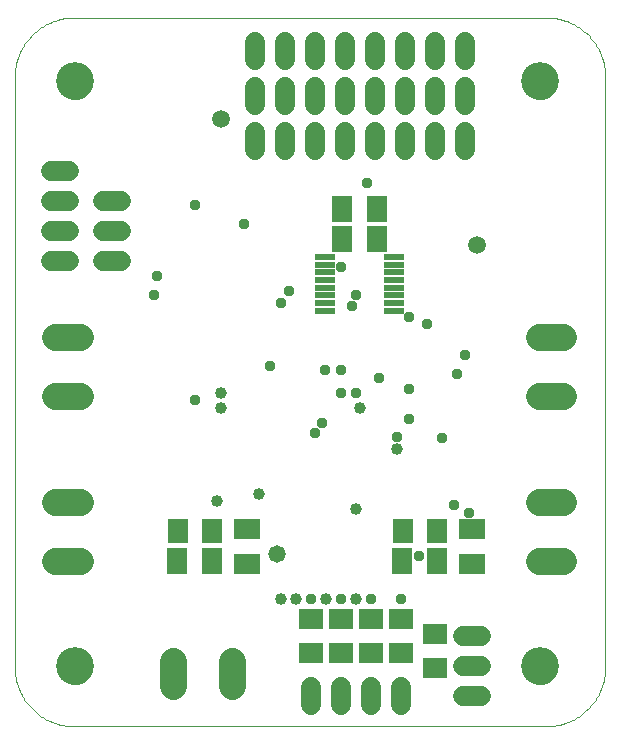
<source format=gbs>
G75*
%MOIN*%
%OFA0B0*%
%FSLAX25Y25*%
%IPPOS*%
%LPD*%
%AMOC8*
5,1,8,0,0,1.08239X$1,22.5*
%
%ADD10C,0.00000*%
%ADD11C,0.06800*%
%ADD12R,0.06706X0.08674*%
%ADD13R,0.08674X0.06706*%
%ADD14R,0.06600X0.02200*%
%ADD15C,0.09068*%
%ADD16R,0.07898X0.07099*%
%ADD17R,0.07099X0.07898*%
%ADD18C,0.12611*%
%ADD19C,0.05800*%
%ADD20C,0.03778*%
%ADD21C,0.05918*%
%ADD22C,0.03975*%
D10*
X0007850Y0024870D02*
X0007850Y0221720D01*
X0007856Y0222196D01*
X0007873Y0222671D01*
X0007902Y0223146D01*
X0007942Y0223620D01*
X0007994Y0224093D01*
X0008057Y0224564D01*
X0008131Y0225034D01*
X0008217Y0225502D01*
X0008314Y0225968D01*
X0008422Y0226431D01*
X0008541Y0226891D01*
X0008672Y0227349D01*
X0008813Y0227803D01*
X0008966Y0228254D01*
X0009129Y0228700D01*
X0009303Y0229143D01*
X0009488Y0229581D01*
X0009683Y0230015D01*
X0009889Y0230444D01*
X0010105Y0230868D01*
X0010331Y0231287D01*
X0010567Y0231700D01*
X0010813Y0232107D01*
X0011069Y0232508D01*
X0011335Y0232902D01*
X0011610Y0233291D01*
X0011894Y0233672D01*
X0012187Y0234046D01*
X0012489Y0234414D01*
X0012801Y0234774D01*
X0013120Y0235126D01*
X0013448Y0235470D01*
X0013785Y0235807D01*
X0014129Y0236135D01*
X0014481Y0236454D01*
X0014841Y0236766D01*
X0015209Y0237068D01*
X0015583Y0237361D01*
X0015964Y0237645D01*
X0016353Y0237920D01*
X0016747Y0238186D01*
X0017148Y0238442D01*
X0017555Y0238688D01*
X0017968Y0238924D01*
X0018387Y0239150D01*
X0018811Y0239366D01*
X0019240Y0239572D01*
X0019674Y0239767D01*
X0020112Y0239952D01*
X0020555Y0240126D01*
X0021001Y0240289D01*
X0021452Y0240442D01*
X0021906Y0240583D01*
X0022364Y0240714D01*
X0022824Y0240833D01*
X0023287Y0240941D01*
X0023753Y0241038D01*
X0024221Y0241124D01*
X0024691Y0241198D01*
X0025162Y0241261D01*
X0025635Y0241313D01*
X0026109Y0241353D01*
X0026584Y0241382D01*
X0027059Y0241399D01*
X0027535Y0241405D01*
X0027535Y0241406D02*
X0185015Y0241406D01*
X0185015Y0241405D02*
X0185491Y0241399D01*
X0185966Y0241382D01*
X0186441Y0241353D01*
X0186915Y0241313D01*
X0187388Y0241261D01*
X0187859Y0241198D01*
X0188329Y0241124D01*
X0188797Y0241038D01*
X0189263Y0240941D01*
X0189726Y0240833D01*
X0190186Y0240714D01*
X0190644Y0240583D01*
X0191098Y0240442D01*
X0191549Y0240289D01*
X0191995Y0240126D01*
X0192438Y0239952D01*
X0192876Y0239767D01*
X0193310Y0239572D01*
X0193739Y0239366D01*
X0194163Y0239150D01*
X0194582Y0238924D01*
X0194995Y0238688D01*
X0195402Y0238442D01*
X0195803Y0238186D01*
X0196197Y0237920D01*
X0196586Y0237645D01*
X0196967Y0237361D01*
X0197341Y0237068D01*
X0197709Y0236766D01*
X0198069Y0236454D01*
X0198421Y0236135D01*
X0198765Y0235807D01*
X0199102Y0235470D01*
X0199430Y0235126D01*
X0199749Y0234774D01*
X0200061Y0234414D01*
X0200363Y0234046D01*
X0200656Y0233672D01*
X0200940Y0233291D01*
X0201215Y0232902D01*
X0201481Y0232508D01*
X0201737Y0232107D01*
X0201983Y0231700D01*
X0202219Y0231287D01*
X0202445Y0230868D01*
X0202661Y0230444D01*
X0202867Y0230015D01*
X0203062Y0229581D01*
X0203247Y0229143D01*
X0203421Y0228700D01*
X0203584Y0228254D01*
X0203737Y0227803D01*
X0203878Y0227349D01*
X0204009Y0226891D01*
X0204128Y0226431D01*
X0204236Y0225968D01*
X0204333Y0225502D01*
X0204419Y0225034D01*
X0204493Y0224564D01*
X0204556Y0224093D01*
X0204608Y0223620D01*
X0204648Y0223146D01*
X0204677Y0222671D01*
X0204694Y0222196D01*
X0204700Y0221720D01*
X0204700Y0024870D01*
X0204694Y0024394D01*
X0204677Y0023919D01*
X0204648Y0023444D01*
X0204608Y0022970D01*
X0204556Y0022497D01*
X0204493Y0022026D01*
X0204419Y0021556D01*
X0204333Y0021088D01*
X0204236Y0020622D01*
X0204128Y0020159D01*
X0204009Y0019699D01*
X0203878Y0019241D01*
X0203737Y0018787D01*
X0203584Y0018336D01*
X0203421Y0017890D01*
X0203247Y0017447D01*
X0203062Y0017009D01*
X0202867Y0016575D01*
X0202661Y0016146D01*
X0202445Y0015722D01*
X0202219Y0015303D01*
X0201983Y0014890D01*
X0201737Y0014483D01*
X0201481Y0014082D01*
X0201215Y0013688D01*
X0200940Y0013299D01*
X0200656Y0012918D01*
X0200363Y0012544D01*
X0200061Y0012176D01*
X0199749Y0011816D01*
X0199430Y0011464D01*
X0199102Y0011120D01*
X0198765Y0010783D01*
X0198421Y0010455D01*
X0198069Y0010136D01*
X0197709Y0009824D01*
X0197341Y0009522D01*
X0196967Y0009229D01*
X0196586Y0008945D01*
X0196197Y0008670D01*
X0195803Y0008404D01*
X0195402Y0008148D01*
X0194995Y0007902D01*
X0194582Y0007666D01*
X0194163Y0007440D01*
X0193739Y0007224D01*
X0193310Y0007018D01*
X0192876Y0006823D01*
X0192438Y0006638D01*
X0191995Y0006464D01*
X0191549Y0006301D01*
X0191098Y0006148D01*
X0190644Y0006007D01*
X0190186Y0005876D01*
X0189726Y0005757D01*
X0189263Y0005649D01*
X0188797Y0005552D01*
X0188329Y0005466D01*
X0187859Y0005392D01*
X0187388Y0005329D01*
X0186915Y0005277D01*
X0186441Y0005237D01*
X0185966Y0005208D01*
X0185491Y0005191D01*
X0185015Y0005185D01*
X0027535Y0005185D01*
X0027059Y0005191D01*
X0026584Y0005208D01*
X0026109Y0005237D01*
X0025635Y0005277D01*
X0025162Y0005329D01*
X0024691Y0005392D01*
X0024221Y0005466D01*
X0023753Y0005552D01*
X0023287Y0005649D01*
X0022824Y0005757D01*
X0022364Y0005876D01*
X0021906Y0006007D01*
X0021452Y0006148D01*
X0021001Y0006301D01*
X0020555Y0006464D01*
X0020112Y0006638D01*
X0019674Y0006823D01*
X0019240Y0007018D01*
X0018811Y0007224D01*
X0018387Y0007440D01*
X0017968Y0007666D01*
X0017555Y0007902D01*
X0017148Y0008148D01*
X0016747Y0008404D01*
X0016353Y0008670D01*
X0015964Y0008945D01*
X0015583Y0009229D01*
X0015209Y0009522D01*
X0014841Y0009824D01*
X0014481Y0010136D01*
X0014129Y0010455D01*
X0013785Y0010783D01*
X0013448Y0011120D01*
X0013120Y0011464D01*
X0012801Y0011816D01*
X0012489Y0012176D01*
X0012187Y0012544D01*
X0011894Y0012918D01*
X0011610Y0013299D01*
X0011335Y0013688D01*
X0011069Y0014082D01*
X0010813Y0014483D01*
X0010567Y0014890D01*
X0010331Y0015303D01*
X0010105Y0015722D01*
X0009889Y0016146D01*
X0009683Y0016575D01*
X0009488Y0017009D01*
X0009303Y0017447D01*
X0009129Y0017890D01*
X0008966Y0018336D01*
X0008813Y0018787D01*
X0008672Y0019241D01*
X0008541Y0019699D01*
X0008422Y0020159D01*
X0008314Y0020622D01*
X0008217Y0021088D01*
X0008131Y0021556D01*
X0008057Y0022026D01*
X0007994Y0022497D01*
X0007942Y0022970D01*
X0007902Y0023444D01*
X0007873Y0023919D01*
X0007856Y0024394D01*
X0007850Y0024870D01*
X0021944Y0025185D02*
X0021946Y0025338D01*
X0021952Y0025492D01*
X0021962Y0025645D01*
X0021976Y0025797D01*
X0021994Y0025950D01*
X0022016Y0026101D01*
X0022041Y0026252D01*
X0022071Y0026403D01*
X0022105Y0026553D01*
X0022142Y0026701D01*
X0022183Y0026849D01*
X0022228Y0026995D01*
X0022277Y0027141D01*
X0022330Y0027285D01*
X0022386Y0027427D01*
X0022446Y0027568D01*
X0022510Y0027708D01*
X0022577Y0027846D01*
X0022648Y0027982D01*
X0022723Y0028116D01*
X0022800Y0028248D01*
X0022882Y0028378D01*
X0022966Y0028506D01*
X0023054Y0028632D01*
X0023145Y0028755D01*
X0023239Y0028876D01*
X0023337Y0028994D01*
X0023437Y0029110D01*
X0023541Y0029223D01*
X0023647Y0029334D01*
X0023756Y0029442D01*
X0023868Y0029547D01*
X0023982Y0029648D01*
X0024100Y0029747D01*
X0024219Y0029843D01*
X0024341Y0029936D01*
X0024466Y0030025D01*
X0024593Y0030112D01*
X0024722Y0030194D01*
X0024853Y0030274D01*
X0024986Y0030350D01*
X0025121Y0030423D01*
X0025258Y0030492D01*
X0025397Y0030557D01*
X0025537Y0030619D01*
X0025679Y0030677D01*
X0025822Y0030732D01*
X0025967Y0030783D01*
X0026113Y0030830D01*
X0026260Y0030873D01*
X0026408Y0030912D01*
X0026557Y0030948D01*
X0026707Y0030979D01*
X0026858Y0031007D01*
X0027009Y0031031D01*
X0027162Y0031051D01*
X0027314Y0031067D01*
X0027467Y0031079D01*
X0027620Y0031087D01*
X0027773Y0031091D01*
X0027927Y0031091D01*
X0028080Y0031087D01*
X0028233Y0031079D01*
X0028386Y0031067D01*
X0028538Y0031051D01*
X0028691Y0031031D01*
X0028842Y0031007D01*
X0028993Y0030979D01*
X0029143Y0030948D01*
X0029292Y0030912D01*
X0029440Y0030873D01*
X0029587Y0030830D01*
X0029733Y0030783D01*
X0029878Y0030732D01*
X0030021Y0030677D01*
X0030163Y0030619D01*
X0030303Y0030557D01*
X0030442Y0030492D01*
X0030579Y0030423D01*
X0030714Y0030350D01*
X0030847Y0030274D01*
X0030978Y0030194D01*
X0031107Y0030112D01*
X0031234Y0030025D01*
X0031359Y0029936D01*
X0031481Y0029843D01*
X0031600Y0029747D01*
X0031718Y0029648D01*
X0031832Y0029547D01*
X0031944Y0029442D01*
X0032053Y0029334D01*
X0032159Y0029223D01*
X0032263Y0029110D01*
X0032363Y0028994D01*
X0032461Y0028876D01*
X0032555Y0028755D01*
X0032646Y0028632D01*
X0032734Y0028506D01*
X0032818Y0028378D01*
X0032900Y0028248D01*
X0032977Y0028116D01*
X0033052Y0027982D01*
X0033123Y0027846D01*
X0033190Y0027708D01*
X0033254Y0027568D01*
X0033314Y0027427D01*
X0033370Y0027285D01*
X0033423Y0027141D01*
X0033472Y0026995D01*
X0033517Y0026849D01*
X0033558Y0026701D01*
X0033595Y0026553D01*
X0033629Y0026403D01*
X0033659Y0026252D01*
X0033684Y0026101D01*
X0033706Y0025950D01*
X0033724Y0025797D01*
X0033738Y0025645D01*
X0033748Y0025492D01*
X0033754Y0025338D01*
X0033756Y0025185D01*
X0033754Y0025032D01*
X0033748Y0024878D01*
X0033738Y0024725D01*
X0033724Y0024573D01*
X0033706Y0024420D01*
X0033684Y0024269D01*
X0033659Y0024118D01*
X0033629Y0023967D01*
X0033595Y0023817D01*
X0033558Y0023669D01*
X0033517Y0023521D01*
X0033472Y0023375D01*
X0033423Y0023229D01*
X0033370Y0023085D01*
X0033314Y0022943D01*
X0033254Y0022802D01*
X0033190Y0022662D01*
X0033123Y0022524D01*
X0033052Y0022388D01*
X0032977Y0022254D01*
X0032900Y0022122D01*
X0032818Y0021992D01*
X0032734Y0021864D01*
X0032646Y0021738D01*
X0032555Y0021615D01*
X0032461Y0021494D01*
X0032363Y0021376D01*
X0032263Y0021260D01*
X0032159Y0021147D01*
X0032053Y0021036D01*
X0031944Y0020928D01*
X0031832Y0020823D01*
X0031718Y0020722D01*
X0031600Y0020623D01*
X0031481Y0020527D01*
X0031359Y0020434D01*
X0031234Y0020345D01*
X0031107Y0020258D01*
X0030978Y0020176D01*
X0030847Y0020096D01*
X0030714Y0020020D01*
X0030579Y0019947D01*
X0030442Y0019878D01*
X0030303Y0019813D01*
X0030163Y0019751D01*
X0030021Y0019693D01*
X0029878Y0019638D01*
X0029733Y0019587D01*
X0029587Y0019540D01*
X0029440Y0019497D01*
X0029292Y0019458D01*
X0029143Y0019422D01*
X0028993Y0019391D01*
X0028842Y0019363D01*
X0028691Y0019339D01*
X0028538Y0019319D01*
X0028386Y0019303D01*
X0028233Y0019291D01*
X0028080Y0019283D01*
X0027927Y0019279D01*
X0027773Y0019279D01*
X0027620Y0019283D01*
X0027467Y0019291D01*
X0027314Y0019303D01*
X0027162Y0019319D01*
X0027009Y0019339D01*
X0026858Y0019363D01*
X0026707Y0019391D01*
X0026557Y0019422D01*
X0026408Y0019458D01*
X0026260Y0019497D01*
X0026113Y0019540D01*
X0025967Y0019587D01*
X0025822Y0019638D01*
X0025679Y0019693D01*
X0025537Y0019751D01*
X0025397Y0019813D01*
X0025258Y0019878D01*
X0025121Y0019947D01*
X0024986Y0020020D01*
X0024853Y0020096D01*
X0024722Y0020176D01*
X0024593Y0020258D01*
X0024466Y0020345D01*
X0024341Y0020434D01*
X0024219Y0020527D01*
X0024100Y0020623D01*
X0023982Y0020722D01*
X0023868Y0020823D01*
X0023756Y0020928D01*
X0023647Y0021036D01*
X0023541Y0021147D01*
X0023437Y0021260D01*
X0023337Y0021376D01*
X0023239Y0021494D01*
X0023145Y0021615D01*
X0023054Y0021738D01*
X0022966Y0021864D01*
X0022882Y0021992D01*
X0022800Y0022122D01*
X0022723Y0022254D01*
X0022648Y0022388D01*
X0022577Y0022524D01*
X0022510Y0022662D01*
X0022446Y0022802D01*
X0022386Y0022943D01*
X0022330Y0023085D01*
X0022277Y0023229D01*
X0022228Y0023375D01*
X0022183Y0023521D01*
X0022142Y0023669D01*
X0022105Y0023817D01*
X0022071Y0023967D01*
X0022041Y0024118D01*
X0022016Y0024269D01*
X0021994Y0024420D01*
X0021976Y0024573D01*
X0021962Y0024725D01*
X0021952Y0024878D01*
X0021946Y0025032D01*
X0021944Y0025185D01*
X0176944Y0025185D02*
X0176946Y0025338D01*
X0176952Y0025492D01*
X0176962Y0025645D01*
X0176976Y0025797D01*
X0176994Y0025950D01*
X0177016Y0026101D01*
X0177041Y0026252D01*
X0177071Y0026403D01*
X0177105Y0026553D01*
X0177142Y0026701D01*
X0177183Y0026849D01*
X0177228Y0026995D01*
X0177277Y0027141D01*
X0177330Y0027285D01*
X0177386Y0027427D01*
X0177446Y0027568D01*
X0177510Y0027708D01*
X0177577Y0027846D01*
X0177648Y0027982D01*
X0177723Y0028116D01*
X0177800Y0028248D01*
X0177882Y0028378D01*
X0177966Y0028506D01*
X0178054Y0028632D01*
X0178145Y0028755D01*
X0178239Y0028876D01*
X0178337Y0028994D01*
X0178437Y0029110D01*
X0178541Y0029223D01*
X0178647Y0029334D01*
X0178756Y0029442D01*
X0178868Y0029547D01*
X0178982Y0029648D01*
X0179100Y0029747D01*
X0179219Y0029843D01*
X0179341Y0029936D01*
X0179466Y0030025D01*
X0179593Y0030112D01*
X0179722Y0030194D01*
X0179853Y0030274D01*
X0179986Y0030350D01*
X0180121Y0030423D01*
X0180258Y0030492D01*
X0180397Y0030557D01*
X0180537Y0030619D01*
X0180679Y0030677D01*
X0180822Y0030732D01*
X0180967Y0030783D01*
X0181113Y0030830D01*
X0181260Y0030873D01*
X0181408Y0030912D01*
X0181557Y0030948D01*
X0181707Y0030979D01*
X0181858Y0031007D01*
X0182009Y0031031D01*
X0182162Y0031051D01*
X0182314Y0031067D01*
X0182467Y0031079D01*
X0182620Y0031087D01*
X0182773Y0031091D01*
X0182927Y0031091D01*
X0183080Y0031087D01*
X0183233Y0031079D01*
X0183386Y0031067D01*
X0183538Y0031051D01*
X0183691Y0031031D01*
X0183842Y0031007D01*
X0183993Y0030979D01*
X0184143Y0030948D01*
X0184292Y0030912D01*
X0184440Y0030873D01*
X0184587Y0030830D01*
X0184733Y0030783D01*
X0184878Y0030732D01*
X0185021Y0030677D01*
X0185163Y0030619D01*
X0185303Y0030557D01*
X0185442Y0030492D01*
X0185579Y0030423D01*
X0185714Y0030350D01*
X0185847Y0030274D01*
X0185978Y0030194D01*
X0186107Y0030112D01*
X0186234Y0030025D01*
X0186359Y0029936D01*
X0186481Y0029843D01*
X0186600Y0029747D01*
X0186718Y0029648D01*
X0186832Y0029547D01*
X0186944Y0029442D01*
X0187053Y0029334D01*
X0187159Y0029223D01*
X0187263Y0029110D01*
X0187363Y0028994D01*
X0187461Y0028876D01*
X0187555Y0028755D01*
X0187646Y0028632D01*
X0187734Y0028506D01*
X0187818Y0028378D01*
X0187900Y0028248D01*
X0187977Y0028116D01*
X0188052Y0027982D01*
X0188123Y0027846D01*
X0188190Y0027708D01*
X0188254Y0027568D01*
X0188314Y0027427D01*
X0188370Y0027285D01*
X0188423Y0027141D01*
X0188472Y0026995D01*
X0188517Y0026849D01*
X0188558Y0026701D01*
X0188595Y0026553D01*
X0188629Y0026403D01*
X0188659Y0026252D01*
X0188684Y0026101D01*
X0188706Y0025950D01*
X0188724Y0025797D01*
X0188738Y0025645D01*
X0188748Y0025492D01*
X0188754Y0025338D01*
X0188756Y0025185D01*
X0188754Y0025032D01*
X0188748Y0024878D01*
X0188738Y0024725D01*
X0188724Y0024573D01*
X0188706Y0024420D01*
X0188684Y0024269D01*
X0188659Y0024118D01*
X0188629Y0023967D01*
X0188595Y0023817D01*
X0188558Y0023669D01*
X0188517Y0023521D01*
X0188472Y0023375D01*
X0188423Y0023229D01*
X0188370Y0023085D01*
X0188314Y0022943D01*
X0188254Y0022802D01*
X0188190Y0022662D01*
X0188123Y0022524D01*
X0188052Y0022388D01*
X0187977Y0022254D01*
X0187900Y0022122D01*
X0187818Y0021992D01*
X0187734Y0021864D01*
X0187646Y0021738D01*
X0187555Y0021615D01*
X0187461Y0021494D01*
X0187363Y0021376D01*
X0187263Y0021260D01*
X0187159Y0021147D01*
X0187053Y0021036D01*
X0186944Y0020928D01*
X0186832Y0020823D01*
X0186718Y0020722D01*
X0186600Y0020623D01*
X0186481Y0020527D01*
X0186359Y0020434D01*
X0186234Y0020345D01*
X0186107Y0020258D01*
X0185978Y0020176D01*
X0185847Y0020096D01*
X0185714Y0020020D01*
X0185579Y0019947D01*
X0185442Y0019878D01*
X0185303Y0019813D01*
X0185163Y0019751D01*
X0185021Y0019693D01*
X0184878Y0019638D01*
X0184733Y0019587D01*
X0184587Y0019540D01*
X0184440Y0019497D01*
X0184292Y0019458D01*
X0184143Y0019422D01*
X0183993Y0019391D01*
X0183842Y0019363D01*
X0183691Y0019339D01*
X0183538Y0019319D01*
X0183386Y0019303D01*
X0183233Y0019291D01*
X0183080Y0019283D01*
X0182927Y0019279D01*
X0182773Y0019279D01*
X0182620Y0019283D01*
X0182467Y0019291D01*
X0182314Y0019303D01*
X0182162Y0019319D01*
X0182009Y0019339D01*
X0181858Y0019363D01*
X0181707Y0019391D01*
X0181557Y0019422D01*
X0181408Y0019458D01*
X0181260Y0019497D01*
X0181113Y0019540D01*
X0180967Y0019587D01*
X0180822Y0019638D01*
X0180679Y0019693D01*
X0180537Y0019751D01*
X0180397Y0019813D01*
X0180258Y0019878D01*
X0180121Y0019947D01*
X0179986Y0020020D01*
X0179853Y0020096D01*
X0179722Y0020176D01*
X0179593Y0020258D01*
X0179466Y0020345D01*
X0179341Y0020434D01*
X0179219Y0020527D01*
X0179100Y0020623D01*
X0178982Y0020722D01*
X0178868Y0020823D01*
X0178756Y0020928D01*
X0178647Y0021036D01*
X0178541Y0021147D01*
X0178437Y0021260D01*
X0178337Y0021376D01*
X0178239Y0021494D01*
X0178145Y0021615D01*
X0178054Y0021738D01*
X0177966Y0021864D01*
X0177882Y0021992D01*
X0177800Y0022122D01*
X0177723Y0022254D01*
X0177648Y0022388D01*
X0177577Y0022524D01*
X0177510Y0022662D01*
X0177446Y0022802D01*
X0177386Y0022943D01*
X0177330Y0023085D01*
X0177277Y0023229D01*
X0177228Y0023375D01*
X0177183Y0023521D01*
X0177142Y0023669D01*
X0177105Y0023817D01*
X0177071Y0023967D01*
X0177041Y0024118D01*
X0177016Y0024269D01*
X0176994Y0024420D01*
X0176976Y0024573D01*
X0176962Y0024725D01*
X0176952Y0024878D01*
X0176946Y0025032D01*
X0176944Y0025185D01*
X0176944Y0220185D02*
X0176946Y0220338D01*
X0176952Y0220492D01*
X0176962Y0220645D01*
X0176976Y0220797D01*
X0176994Y0220950D01*
X0177016Y0221101D01*
X0177041Y0221252D01*
X0177071Y0221403D01*
X0177105Y0221553D01*
X0177142Y0221701D01*
X0177183Y0221849D01*
X0177228Y0221995D01*
X0177277Y0222141D01*
X0177330Y0222285D01*
X0177386Y0222427D01*
X0177446Y0222568D01*
X0177510Y0222708D01*
X0177577Y0222846D01*
X0177648Y0222982D01*
X0177723Y0223116D01*
X0177800Y0223248D01*
X0177882Y0223378D01*
X0177966Y0223506D01*
X0178054Y0223632D01*
X0178145Y0223755D01*
X0178239Y0223876D01*
X0178337Y0223994D01*
X0178437Y0224110D01*
X0178541Y0224223D01*
X0178647Y0224334D01*
X0178756Y0224442D01*
X0178868Y0224547D01*
X0178982Y0224648D01*
X0179100Y0224747D01*
X0179219Y0224843D01*
X0179341Y0224936D01*
X0179466Y0225025D01*
X0179593Y0225112D01*
X0179722Y0225194D01*
X0179853Y0225274D01*
X0179986Y0225350D01*
X0180121Y0225423D01*
X0180258Y0225492D01*
X0180397Y0225557D01*
X0180537Y0225619D01*
X0180679Y0225677D01*
X0180822Y0225732D01*
X0180967Y0225783D01*
X0181113Y0225830D01*
X0181260Y0225873D01*
X0181408Y0225912D01*
X0181557Y0225948D01*
X0181707Y0225979D01*
X0181858Y0226007D01*
X0182009Y0226031D01*
X0182162Y0226051D01*
X0182314Y0226067D01*
X0182467Y0226079D01*
X0182620Y0226087D01*
X0182773Y0226091D01*
X0182927Y0226091D01*
X0183080Y0226087D01*
X0183233Y0226079D01*
X0183386Y0226067D01*
X0183538Y0226051D01*
X0183691Y0226031D01*
X0183842Y0226007D01*
X0183993Y0225979D01*
X0184143Y0225948D01*
X0184292Y0225912D01*
X0184440Y0225873D01*
X0184587Y0225830D01*
X0184733Y0225783D01*
X0184878Y0225732D01*
X0185021Y0225677D01*
X0185163Y0225619D01*
X0185303Y0225557D01*
X0185442Y0225492D01*
X0185579Y0225423D01*
X0185714Y0225350D01*
X0185847Y0225274D01*
X0185978Y0225194D01*
X0186107Y0225112D01*
X0186234Y0225025D01*
X0186359Y0224936D01*
X0186481Y0224843D01*
X0186600Y0224747D01*
X0186718Y0224648D01*
X0186832Y0224547D01*
X0186944Y0224442D01*
X0187053Y0224334D01*
X0187159Y0224223D01*
X0187263Y0224110D01*
X0187363Y0223994D01*
X0187461Y0223876D01*
X0187555Y0223755D01*
X0187646Y0223632D01*
X0187734Y0223506D01*
X0187818Y0223378D01*
X0187900Y0223248D01*
X0187977Y0223116D01*
X0188052Y0222982D01*
X0188123Y0222846D01*
X0188190Y0222708D01*
X0188254Y0222568D01*
X0188314Y0222427D01*
X0188370Y0222285D01*
X0188423Y0222141D01*
X0188472Y0221995D01*
X0188517Y0221849D01*
X0188558Y0221701D01*
X0188595Y0221553D01*
X0188629Y0221403D01*
X0188659Y0221252D01*
X0188684Y0221101D01*
X0188706Y0220950D01*
X0188724Y0220797D01*
X0188738Y0220645D01*
X0188748Y0220492D01*
X0188754Y0220338D01*
X0188756Y0220185D01*
X0188754Y0220032D01*
X0188748Y0219878D01*
X0188738Y0219725D01*
X0188724Y0219573D01*
X0188706Y0219420D01*
X0188684Y0219269D01*
X0188659Y0219118D01*
X0188629Y0218967D01*
X0188595Y0218817D01*
X0188558Y0218669D01*
X0188517Y0218521D01*
X0188472Y0218375D01*
X0188423Y0218229D01*
X0188370Y0218085D01*
X0188314Y0217943D01*
X0188254Y0217802D01*
X0188190Y0217662D01*
X0188123Y0217524D01*
X0188052Y0217388D01*
X0187977Y0217254D01*
X0187900Y0217122D01*
X0187818Y0216992D01*
X0187734Y0216864D01*
X0187646Y0216738D01*
X0187555Y0216615D01*
X0187461Y0216494D01*
X0187363Y0216376D01*
X0187263Y0216260D01*
X0187159Y0216147D01*
X0187053Y0216036D01*
X0186944Y0215928D01*
X0186832Y0215823D01*
X0186718Y0215722D01*
X0186600Y0215623D01*
X0186481Y0215527D01*
X0186359Y0215434D01*
X0186234Y0215345D01*
X0186107Y0215258D01*
X0185978Y0215176D01*
X0185847Y0215096D01*
X0185714Y0215020D01*
X0185579Y0214947D01*
X0185442Y0214878D01*
X0185303Y0214813D01*
X0185163Y0214751D01*
X0185021Y0214693D01*
X0184878Y0214638D01*
X0184733Y0214587D01*
X0184587Y0214540D01*
X0184440Y0214497D01*
X0184292Y0214458D01*
X0184143Y0214422D01*
X0183993Y0214391D01*
X0183842Y0214363D01*
X0183691Y0214339D01*
X0183538Y0214319D01*
X0183386Y0214303D01*
X0183233Y0214291D01*
X0183080Y0214283D01*
X0182927Y0214279D01*
X0182773Y0214279D01*
X0182620Y0214283D01*
X0182467Y0214291D01*
X0182314Y0214303D01*
X0182162Y0214319D01*
X0182009Y0214339D01*
X0181858Y0214363D01*
X0181707Y0214391D01*
X0181557Y0214422D01*
X0181408Y0214458D01*
X0181260Y0214497D01*
X0181113Y0214540D01*
X0180967Y0214587D01*
X0180822Y0214638D01*
X0180679Y0214693D01*
X0180537Y0214751D01*
X0180397Y0214813D01*
X0180258Y0214878D01*
X0180121Y0214947D01*
X0179986Y0215020D01*
X0179853Y0215096D01*
X0179722Y0215176D01*
X0179593Y0215258D01*
X0179466Y0215345D01*
X0179341Y0215434D01*
X0179219Y0215527D01*
X0179100Y0215623D01*
X0178982Y0215722D01*
X0178868Y0215823D01*
X0178756Y0215928D01*
X0178647Y0216036D01*
X0178541Y0216147D01*
X0178437Y0216260D01*
X0178337Y0216376D01*
X0178239Y0216494D01*
X0178145Y0216615D01*
X0178054Y0216738D01*
X0177966Y0216864D01*
X0177882Y0216992D01*
X0177800Y0217122D01*
X0177723Y0217254D01*
X0177648Y0217388D01*
X0177577Y0217524D01*
X0177510Y0217662D01*
X0177446Y0217802D01*
X0177386Y0217943D01*
X0177330Y0218085D01*
X0177277Y0218229D01*
X0177228Y0218375D01*
X0177183Y0218521D01*
X0177142Y0218669D01*
X0177105Y0218817D01*
X0177071Y0218967D01*
X0177041Y0219118D01*
X0177016Y0219269D01*
X0176994Y0219420D01*
X0176976Y0219573D01*
X0176962Y0219725D01*
X0176952Y0219878D01*
X0176946Y0220032D01*
X0176944Y0220185D01*
X0021944Y0220185D02*
X0021946Y0220338D01*
X0021952Y0220492D01*
X0021962Y0220645D01*
X0021976Y0220797D01*
X0021994Y0220950D01*
X0022016Y0221101D01*
X0022041Y0221252D01*
X0022071Y0221403D01*
X0022105Y0221553D01*
X0022142Y0221701D01*
X0022183Y0221849D01*
X0022228Y0221995D01*
X0022277Y0222141D01*
X0022330Y0222285D01*
X0022386Y0222427D01*
X0022446Y0222568D01*
X0022510Y0222708D01*
X0022577Y0222846D01*
X0022648Y0222982D01*
X0022723Y0223116D01*
X0022800Y0223248D01*
X0022882Y0223378D01*
X0022966Y0223506D01*
X0023054Y0223632D01*
X0023145Y0223755D01*
X0023239Y0223876D01*
X0023337Y0223994D01*
X0023437Y0224110D01*
X0023541Y0224223D01*
X0023647Y0224334D01*
X0023756Y0224442D01*
X0023868Y0224547D01*
X0023982Y0224648D01*
X0024100Y0224747D01*
X0024219Y0224843D01*
X0024341Y0224936D01*
X0024466Y0225025D01*
X0024593Y0225112D01*
X0024722Y0225194D01*
X0024853Y0225274D01*
X0024986Y0225350D01*
X0025121Y0225423D01*
X0025258Y0225492D01*
X0025397Y0225557D01*
X0025537Y0225619D01*
X0025679Y0225677D01*
X0025822Y0225732D01*
X0025967Y0225783D01*
X0026113Y0225830D01*
X0026260Y0225873D01*
X0026408Y0225912D01*
X0026557Y0225948D01*
X0026707Y0225979D01*
X0026858Y0226007D01*
X0027009Y0226031D01*
X0027162Y0226051D01*
X0027314Y0226067D01*
X0027467Y0226079D01*
X0027620Y0226087D01*
X0027773Y0226091D01*
X0027927Y0226091D01*
X0028080Y0226087D01*
X0028233Y0226079D01*
X0028386Y0226067D01*
X0028538Y0226051D01*
X0028691Y0226031D01*
X0028842Y0226007D01*
X0028993Y0225979D01*
X0029143Y0225948D01*
X0029292Y0225912D01*
X0029440Y0225873D01*
X0029587Y0225830D01*
X0029733Y0225783D01*
X0029878Y0225732D01*
X0030021Y0225677D01*
X0030163Y0225619D01*
X0030303Y0225557D01*
X0030442Y0225492D01*
X0030579Y0225423D01*
X0030714Y0225350D01*
X0030847Y0225274D01*
X0030978Y0225194D01*
X0031107Y0225112D01*
X0031234Y0225025D01*
X0031359Y0224936D01*
X0031481Y0224843D01*
X0031600Y0224747D01*
X0031718Y0224648D01*
X0031832Y0224547D01*
X0031944Y0224442D01*
X0032053Y0224334D01*
X0032159Y0224223D01*
X0032263Y0224110D01*
X0032363Y0223994D01*
X0032461Y0223876D01*
X0032555Y0223755D01*
X0032646Y0223632D01*
X0032734Y0223506D01*
X0032818Y0223378D01*
X0032900Y0223248D01*
X0032977Y0223116D01*
X0033052Y0222982D01*
X0033123Y0222846D01*
X0033190Y0222708D01*
X0033254Y0222568D01*
X0033314Y0222427D01*
X0033370Y0222285D01*
X0033423Y0222141D01*
X0033472Y0221995D01*
X0033517Y0221849D01*
X0033558Y0221701D01*
X0033595Y0221553D01*
X0033629Y0221403D01*
X0033659Y0221252D01*
X0033684Y0221101D01*
X0033706Y0220950D01*
X0033724Y0220797D01*
X0033738Y0220645D01*
X0033748Y0220492D01*
X0033754Y0220338D01*
X0033756Y0220185D01*
X0033754Y0220032D01*
X0033748Y0219878D01*
X0033738Y0219725D01*
X0033724Y0219573D01*
X0033706Y0219420D01*
X0033684Y0219269D01*
X0033659Y0219118D01*
X0033629Y0218967D01*
X0033595Y0218817D01*
X0033558Y0218669D01*
X0033517Y0218521D01*
X0033472Y0218375D01*
X0033423Y0218229D01*
X0033370Y0218085D01*
X0033314Y0217943D01*
X0033254Y0217802D01*
X0033190Y0217662D01*
X0033123Y0217524D01*
X0033052Y0217388D01*
X0032977Y0217254D01*
X0032900Y0217122D01*
X0032818Y0216992D01*
X0032734Y0216864D01*
X0032646Y0216738D01*
X0032555Y0216615D01*
X0032461Y0216494D01*
X0032363Y0216376D01*
X0032263Y0216260D01*
X0032159Y0216147D01*
X0032053Y0216036D01*
X0031944Y0215928D01*
X0031832Y0215823D01*
X0031718Y0215722D01*
X0031600Y0215623D01*
X0031481Y0215527D01*
X0031359Y0215434D01*
X0031234Y0215345D01*
X0031107Y0215258D01*
X0030978Y0215176D01*
X0030847Y0215096D01*
X0030714Y0215020D01*
X0030579Y0214947D01*
X0030442Y0214878D01*
X0030303Y0214813D01*
X0030163Y0214751D01*
X0030021Y0214693D01*
X0029878Y0214638D01*
X0029733Y0214587D01*
X0029587Y0214540D01*
X0029440Y0214497D01*
X0029292Y0214458D01*
X0029143Y0214422D01*
X0028993Y0214391D01*
X0028842Y0214363D01*
X0028691Y0214339D01*
X0028538Y0214319D01*
X0028386Y0214303D01*
X0028233Y0214291D01*
X0028080Y0214283D01*
X0027927Y0214279D01*
X0027773Y0214279D01*
X0027620Y0214283D01*
X0027467Y0214291D01*
X0027314Y0214303D01*
X0027162Y0214319D01*
X0027009Y0214339D01*
X0026858Y0214363D01*
X0026707Y0214391D01*
X0026557Y0214422D01*
X0026408Y0214458D01*
X0026260Y0214497D01*
X0026113Y0214540D01*
X0025967Y0214587D01*
X0025822Y0214638D01*
X0025679Y0214693D01*
X0025537Y0214751D01*
X0025397Y0214813D01*
X0025258Y0214878D01*
X0025121Y0214947D01*
X0024986Y0215020D01*
X0024853Y0215096D01*
X0024722Y0215176D01*
X0024593Y0215258D01*
X0024466Y0215345D01*
X0024341Y0215434D01*
X0024219Y0215527D01*
X0024100Y0215623D01*
X0023982Y0215722D01*
X0023868Y0215823D01*
X0023756Y0215928D01*
X0023647Y0216036D01*
X0023541Y0216147D01*
X0023437Y0216260D01*
X0023337Y0216376D01*
X0023239Y0216494D01*
X0023145Y0216615D01*
X0023054Y0216738D01*
X0022966Y0216864D01*
X0022882Y0216992D01*
X0022800Y0217122D01*
X0022723Y0217254D01*
X0022648Y0217388D01*
X0022577Y0217524D01*
X0022510Y0217662D01*
X0022446Y0217802D01*
X0022386Y0217943D01*
X0022330Y0218085D01*
X0022277Y0218229D01*
X0022228Y0218375D01*
X0022183Y0218521D01*
X0022142Y0218669D01*
X0022105Y0218817D01*
X0022071Y0218967D01*
X0022041Y0219118D01*
X0022016Y0219269D01*
X0021994Y0219420D01*
X0021976Y0219573D01*
X0021962Y0219725D01*
X0021952Y0219878D01*
X0021946Y0220032D01*
X0021944Y0220185D01*
D11*
X0019850Y0190185D02*
X0025850Y0190185D01*
X0025850Y0180185D02*
X0019850Y0180185D01*
X0019850Y0170185D02*
X0025850Y0170185D01*
X0025850Y0160185D02*
X0019850Y0160185D01*
X0037350Y0160185D02*
X0043350Y0160185D01*
X0043350Y0170185D02*
X0037350Y0170185D01*
X0037350Y0180185D02*
X0043350Y0180185D01*
X0087850Y0197185D02*
X0087850Y0203185D01*
X0087850Y0212185D02*
X0087850Y0218185D01*
X0087850Y0227185D02*
X0087850Y0233185D01*
X0097850Y0233185D02*
X0097850Y0227185D01*
X0097850Y0218185D02*
X0097850Y0212185D01*
X0097850Y0203185D02*
X0097850Y0197185D01*
X0107850Y0197185D02*
X0107850Y0203185D01*
X0107850Y0212185D02*
X0107850Y0218185D01*
X0107850Y0227185D02*
X0107850Y0233185D01*
X0117850Y0233185D02*
X0117850Y0227185D01*
X0117850Y0218185D02*
X0117850Y0212185D01*
X0117850Y0203185D02*
X0117850Y0197185D01*
X0127850Y0197185D02*
X0127850Y0203185D01*
X0127850Y0212185D02*
X0127850Y0218185D01*
X0127850Y0227185D02*
X0127850Y0233185D01*
X0137850Y0233185D02*
X0137850Y0227185D01*
X0137850Y0218185D02*
X0137850Y0212185D01*
X0137850Y0203185D02*
X0137850Y0197185D01*
X0147850Y0197185D02*
X0147850Y0203185D01*
X0147850Y0212185D02*
X0147850Y0218185D01*
X0147850Y0227185D02*
X0147850Y0233185D01*
X0157850Y0233185D02*
X0157850Y0227185D01*
X0157850Y0218185D02*
X0157850Y0212185D01*
X0157850Y0203185D02*
X0157850Y0197185D01*
X0157350Y0035185D02*
X0163350Y0035185D01*
X0163350Y0025185D02*
X0157350Y0025185D01*
X0157350Y0015185D02*
X0163350Y0015185D01*
X0136600Y0012185D02*
X0136600Y0018185D01*
X0126600Y0018185D02*
X0126600Y0012185D01*
X0116600Y0012185D02*
X0116600Y0018185D01*
X0106600Y0018185D02*
X0106600Y0012185D01*
D12*
X0136944Y0060185D03*
X0148756Y0060185D03*
X0073756Y0060185D03*
X0061944Y0060185D03*
X0116944Y0167685D03*
X0116944Y0177685D03*
X0128756Y0177685D03*
X0128756Y0167685D03*
D13*
X0160350Y0071091D03*
X0160350Y0059280D03*
X0085350Y0059280D03*
X0085350Y0071091D03*
D14*
X0111350Y0143685D03*
X0111350Y0146285D03*
X0111350Y0148885D03*
X0111350Y0151385D03*
X0111350Y0153985D03*
X0111350Y0156485D03*
X0111350Y0159085D03*
X0111350Y0161685D03*
X0134350Y0161685D03*
X0134350Y0159085D03*
X0134350Y0156485D03*
X0134350Y0153985D03*
X0134350Y0151385D03*
X0134350Y0148885D03*
X0134350Y0146285D03*
X0134350Y0143685D03*
D15*
X0182466Y0135028D02*
X0190734Y0135028D01*
X0190734Y0115343D02*
X0182466Y0115343D01*
X0182466Y0080028D02*
X0190734Y0080028D01*
X0190734Y0060343D02*
X0182466Y0060343D01*
X0080193Y0026819D02*
X0080193Y0018551D01*
X0060507Y0018551D02*
X0060507Y0026819D01*
X0029484Y0060343D02*
X0021216Y0060343D01*
X0021216Y0080028D02*
X0029484Y0080028D01*
X0029484Y0115343D02*
X0021216Y0115343D01*
X0021216Y0135028D02*
X0029484Y0135028D01*
D16*
X0106600Y0040783D03*
X0116600Y0040783D03*
X0126600Y0040783D03*
X0136600Y0040783D03*
X0136600Y0029587D03*
X0126600Y0029587D03*
X0116600Y0029587D03*
X0106600Y0029587D03*
X0147850Y0024587D03*
X0147850Y0035783D03*
D17*
X0148448Y0070185D03*
X0137252Y0070185D03*
X0073448Y0070185D03*
X0062252Y0070185D03*
D18*
X0027850Y0025185D03*
X0182850Y0025185D03*
X0182850Y0220185D03*
X0027850Y0220185D03*
D19*
X0095350Y0062685D03*
D20*
X0106600Y0047685D03*
X0116600Y0047685D03*
X0126600Y0047685D03*
X0136600Y0047685D03*
X0142459Y0061826D03*
X0154100Y0078935D03*
X0159100Y0076435D03*
X0150350Y0101435D03*
X0139100Y0107685D03*
X0135376Y0101461D03*
X0139100Y0117685D03*
X0129100Y0121435D03*
X0121600Y0116435D03*
X0116600Y0116435D03*
X0116600Y0123935D03*
X0111256Y0123935D03*
X0110350Y0106435D03*
X0107850Y0102874D03*
X0092850Y0125185D03*
X0096600Y0146435D03*
X0099100Y0150185D03*
X0116600Y0158236D03*
X0121600Y0148935D03*
X0120350Y0145185D03*
X0139100Y0141624D03*
X0145350Y0139124D03*
X0157850Y0128935D03*
X0155350Y0122685D03*
X0125350Y0186435D03*
X0084100Y0172685D03*
X0067850Y0178935D03*
X0055350Y0155185D03*
X0054100Y0148935D03*
X0067850Y0113935D03*
D21*
X0076600Y0207685D03*
X0161950Y0165535D03*
D22*
X0122850Y0111435D03*
X0135350Y0097685D03*
X0121600Y0077685D03*
X0121600Y0047685D03*
X0111600Y0047685D03*
X0101600Y0047685D03*
X0096600Y0047685D03*
X0075350Y0080185D03*
X0089100Y0082685D03*
X0076600Y0111435D03*
X0076600Y0116435D03*
M02*

</source>
